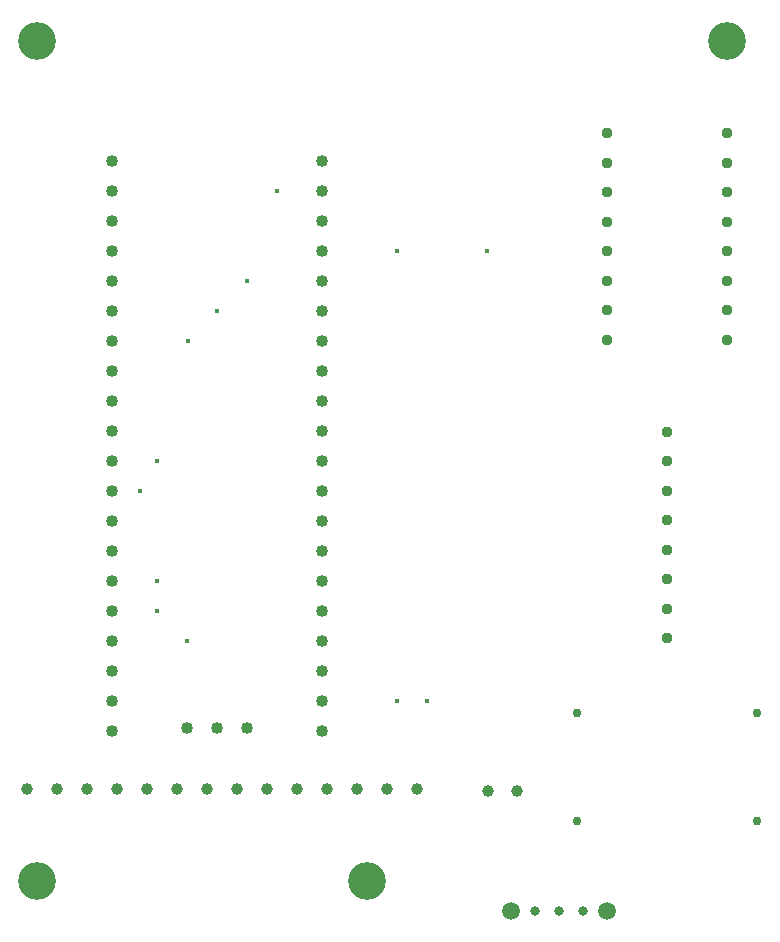
<source format=gbr>
%TF.GenerationSoftware,KiCad,Pcbnew,7.0.8*%
%TF.CreationDate,2025-06-12T11:12:40+08:00*%
%TF.ProjectId,PCB,5043422e-6b69-4636-9164-5f7063625858,rev?*%
%TF.SameCoordinates,Original*%
%TF.FileFunction,Plated,1,2,PTH,Drill*%
%TF.FilePolarity,Positive*%
%FSLAX46Y46*%
G04 Gerber Fmt 4.6, Leading zero omitted, Abs format (unit mm)*
G04 Created by KiCad (PCBNEW 7.0.8) date 2025-06-12 11:12:40*
%MOMM*%
%LPD*%
G01*
G04 APERTURE LIST*
%TA.AperFunction,ViaDrill*%
%ADD10C,0.400000*%
%TD*%
%TA.AperFunction,ComponentDrill*%
%ADD11C,0.762000*%
%TD*%
%TA.AperFunction,ComponentDrill*%
%ADD12C,0.800000*%
%TD*%
%TA.AperFunction,ComponentDrill*%
%ADD13C,0.950000*%
%TD*%
%TA.AperFunction,ComponentDrill*%
%ADD14C,1.000000*%
%TD*%
%TA.AperFunction,ComponentDrill*%
%ADD15C,1.020000*%
%TD*%
%TA.AperFunction,ComponentDrill*%
%ADD16C,1.500000*%
%TD*%
%TA.AperFunction,ComponentDrill*%
%ADD17C,3.200000*%
%TD*%
G04 APERTURE END LIST*
D10*
X145859500Y-71120000D03*
X147320000Y-68580000D03*
X147320000Y-78740000D03*
X147320000Y-81280000D03*
X149860000Y-83820000D03*
X149927489Y-58487489D03*
X152400000Y-55880000D03*
X154940000Y-53340000D03*
X157480000Y-45720000D03*
X167640000Y-50800000D03*
X167640000Y-88900000D03*
X170180000Y-88900000D03*
X175260000Y-50800000D03*
D11*
%TO.C,U2*%
X182880000Y-89920000D03*
X182880000Y-99060000D03*
X198120000Y-89920000D03*
X198120000Y-99060000D03*
D12*
%TO.C,SW1*%
X179320000Y-106680000D03*
X181320000Y-106680000D03*
X183320000Y-106680000D03*
D13*
%TO.C,J2*%
X185420000Y-40840000D03*
X185420000Y-43340000D03*
X185420000Y-45840000D03*
X185420000Y-48340000D03*
X185420000Y-50840000D03*
X185420000Y-53340000D03*
X185420000Y-55840000D03*
X185420000Y-58340000D03*
%TO.C,J3*%
X190500000Y-66120000D03*
X190500000Y-68620000D03*
X190500000Y-71120000D03*
X190500000Y-73620000D03*
X190500000Y-76120000D03*
X190500000Y-78620000D03*
X190500000Y-81120000D03*
X190500000Y-83620000D03*
%TO.C,J5*%
X195580000Y-40840000D03*
X195580000Y-43340000D03*
X195580000Y-45840000D03*
X195580000Y-48340000D03*
X195580000Y-50840000D03*
X195580000Y-53340000D03*
X195580000Y-55840000D03*
X195580000Y-58340000D03*
D14*
%TO.C,J1*%
X136285000Y-96415000D03*
X138825000Y-96415000D03*
X141365000Y-96415000D03*
X143905000Y-96415000D03*
X146445000Y-96415000D03*
X148985000Y-96415000D03*
X151525000Y-96415000D03*
X154065000Y-96415000D03*
X156605000Y-96415000D03*
X159145000Y-96415000D03*
X161685000Y-96415000D03*
X164225000Y-96415000D03*
X166765000Y-96415000D03*
X169305000Y-96415000D03*
%TO.C,J4*%
X175300000Y-96520000D03*
X177800000Y-96520000D03*
D15*
%TO.C,U1*%
X143510000Y-43180000D03*
X143510000Y-45720000D03*
X143510000Y-48260000D03*
X143510000Y-50800000D03*
X143510000Y-53340000D03*
X143510000Y-55880000D03*
X143510000Y-58420000D03*
X143510000Y-60960000D03*
X143510000Y-63500000D03*
X143510000Y-66040000D03*
X143510000Y-68580000D03*
X143510000Y-71120000D03*
X143510000Y-73660000D03*
X143510000Y-76200000D03*
X143510000Y-78740000D03*
X143510000Y-81280000D03*
X143510000Y-83820000D03*
X143510000Y-86360000D03*
X143510000Y-88900000D03*
X143510000Y-91440000D03*
X149860000Y-91210000D03*
X152400000Y-91210000D03*
X154940000Y-91210000D03*
X161290000Y-43180000D03*
X161290000Y-45720000D03*
X161290000Y-48260000D03*
X161290000Y-50800000D03*
X161290000Y-53340000D03*
X161290000Y-55880000D03*
X161290000Y-58420000D03*
X161290000Y-60960000D03*
X161290000Y-63500000D03*
X161290000Y-66040000D03*
X161290000Y-68580000D03*
X161290000Y-71120000D03*
X161290000Y-73660000D03*
X161290000Y-76200000D03*
X161290000Y-78740000D03*
X161290000Y-81280000D03*
X161290000Y-83820000D03*
X161290000Y-86360000D03*
X161290000Y-88900000D03*
X161290000Y-91440000D03*
D16*
%TO.C,SW1*%
X177220000Y-106680000D03*
X185420000Y-106680000D03*
D17*
%TO.C,H1*%
X137160000Y-33020000D03*
%TO.C,H4*%
X137160000Y-104140000D03*
%TO.C,H3*%
X165100000Y-104140000D03*
%TO.C,H2*%
X195580000Y-33020000D03*
M02*

</source>
